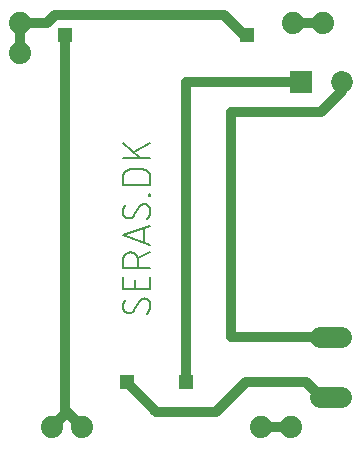
<source format=gtl>
G75*
%MOIN*%
%OFA0B0*%
%FSLAX25Y25*%
%IPPOS*%
%LPD*%
%AMOC8*
5,1,8,0,0,1.08239X$1,22.5*
%
%ADD10C,0.00800*%
%ADD11R,0.05150X0.05150*%
%ADD12C,0.07000*%
%ADD13R,0.07283X0.07283*%
%ADD14C,0.07283*%
%ADD15C,0.07400*%
%ADD16C,0.03200*%
D10*
X0044232Y0044963D02*
X0044143Y0044965D01*
X0044054Y0044971D01*
X0043965Y0044980D01*
X0043877Y0044994D01*
X0043790Y0045011D01*
X0043703Y0045033D01*
X0043617Y0045058D01*
X0043533Y0045086D01*
X0043450Y0045119D01*
X0043368Y0045155D01*
X0043288Y0045194D01*
X0043210Y0045237D01*
X0043134Y0045283D01*
X0043060Y0045333D01*
X0042988Y0045385D01*
X0042918Y0045441D01*
X0042851Y0045500D01*
X0042787Y0045562D01*
X0042725Y0045626D01*
X0042666Y0045693D01*
X0042610Y0045763D01*
X0042558Y0045835D01*
X0042508Y0045909D01*
X0042462Y0045985D01*
X0042419Y0046063D01*
X0042380Y0046143D01*
X0042344Y0046225D01*
X0042311Y0046308D01*
X0042283Y0046392D01*
X0042258Y0046478D01*
X0042236Y0046565D01*
X0042219Y0046652D01*
X0042205Y0046740D01*
X0042196Y0046829D01*
X0042190Y0046918D01*
X0042188Y0047007D01*
X0044232Y0044963D02*
X0044322Y0044965D01*
X0044411Y0044971D01*
X0044501Y0044980D01*
X0044589Y0044994D01*
X0044678Y0045011D01*
X0044765Y0045033D01*
X0044851Y0045057D01*
X0044936Y0045086D01*
X0045020Y0045118D01*
X0045102Y0045154D01*
X0045183Y0045194D01*
X0045262Y0045237D01*
X0045339Y0045283D01*
X0045414Y0045332D01*
X0045487Y0045385D01*
X0045557Y0045441D01*
X0045625Y0045500D01*
X0045690Y0045561D01*
X0045753Y0045626D01*
X0045812Y0045693D01*
X0045869Y0045762D01*
X0045923Y0045834D01*
X0045973Y0045909D01*
X0046021Y0045985D01*
X0047554Y0048796D01*
X0051388Y0047774D02*
X0051386Y0047648D01*
X0051381Y0047522D01*
X0051371Y0047396D01*
X0051358Y0047270D01*
X0051342Y0047145D01*
X0051322Y0047020D01*
X0051298Y0046896D01*
X0051270Y0046773D01*
X0051239Y0046650D01*
X0051205Y0046529D01*
X0051166Y0046409D01*
X0051125Y0046289D01*
X0051080Y0046171D01*
X0051031Y0046055D01*
X0050979Y0045940D01*
X0050924Y0045826D01*
X0050865Y0045714D01*
X0050803Y0045604D01*
X0050738Y0045496D01*
X0050670Y0045390D01*
X0050599Y0045285D01*
X0050525Y0045183D01*
X0050447Y0045083D01*
X0050367Y0044986D01*
X0050284Y0044890D01*
X0050199Y0044798D01*
X0050110Y0044707D01*
X0047554Y0048796D02*
X0047602Y0048872D01*
X0047652Y0048947D01*
X0047706Y0049019D01*
X0047763Y0049088D01*
X0047822Y0049155D01*
X0047885Y0049220D01*
X0047950Y0049281D01*
X0048018Y0049340D01*
X0048088Y0049396D01*
X0048161Y0049449D01*
X0048236Y0049498D01*
X0048313Y0049544D01*
X0048392Y0049587D01*
X0048473Y0049627D01*
X0048555Y0049663D01*
X0048639Y0049695D01*
X0048724Y0049724D01*
X0048810Y0049748D01*
X0048897Y0049770D01*
X0048986Y0049787D01*
X0049074Y0049801D01*
X0049164Y0049810D01*
X0049253Y0049816D01*
X0049343Y0049818D01*
X0049432Y0049816D01*
X0049521Y0049810D01*
X0049610Y0049801D01*
X0049698Y0049787D01*
X0049785Y0049770D01*
X0049872Y0049748D01*
X0049958Y0049723D01*
X0050042Y0049695D01*
X0050125Y0049662D01*
X0050207Y0049626D01*
X0050287Y0049587D01*
X0050365Y0049544D01*
X0050441Y0049498D01*
X0050515Y0049448D01*
X0050587Y0049396D01*
X0050657Y0049340D01*
X0050724Y0049281D01*
X0050788Y0049219D01*
X0050850Y0049155D01*
X0050909Y0049088D01*
X0050965Y0049018D01*
X0051017Y0048946D01*
X0051067Y0048872D01*
X0051113Y0048796D01*
X0051156Y0048718D01*
X0051195Y0048638D01*
X0051231Y0048556D01*
X0051264Y0048473D01*
X0051292Y0048389D01*
X0051317Y0048303D01*
X0051339Y0048216D01*
X0051356Y0048129D01*
X0051370Y0048041D01*
X0051379Y0047952D01*
X0051385Y0047863D01*
X0051387Y0047774D01*
X0051387Y0052937D02*
X0042187Y0052937D01*
X0042187Y0057026D01*
X0042187Y0060076D02*
X0042187Y0062632D01*
X0042187Y0060076D02*
X0051387Y0060076D01*
X0051387Y0057026D02*
X0051387Y0052937D01*
X0046276Y0052937D02*
X0046276Y0056003D01*
X0047299Y0060076D02*
X0047299Y0062632D01*
X0047299Y0063143D02*
X0051387Y0065187D01*
X0051387Y0067760D02*
X0042187Y0070827D01*
X0051387Y0073893D01*
X0049087Y0073127D02*
X0049087Y0068527D01*
X0047299Y0062632D02*
X0047297Y0062732D01*
X0047291Y0062833D01*
X0047281Y0062932D01*
X0047268Y0063032D01*
X0047250Y0063131D01*
X0047228Y0063229D01*
X0047203Y0063326D01*
X0047174Y0063422D01*
X0047141Y0063517D01*
X0047104Y0063610D01*
X0047064Y0063702D01*
X0047020Y0063792D01*
X0046973Y0063881D01*
X0046922Y0063968D01*
X0046868Y0064052D01*
X0046811Y0064134D01*
X0046750Y0064214D01*
X0046687Y0064292D01*
X0046620Y0064367D01*
X0046550Y0064439D01*
X0046478Y0064509D01*
X0046403Y0064576D01*
X0046325Y0064639D01*
X0046245Y0064700D01*
X0046163Y0064757D01*
X0046079Y0064811D01*
X0045992Y0064862D01*
X0045903Y0064909D01*
X0045813Y0064953D01*
X0045721Y0064993D01*
X0045628Y0065030D01*
X0045533Y0065063D01*
X0045437Y0065092D01*
X0045340Y0065117D01*
X0045242Y0065139D01*
X0045143Y0065157D01*
X0045043Y0065170D01*
X0044944Y0065180D01*
X0044843Y0065186D01*
X0044743Y0065188D01*
X0044643Y0065186D01*
X0044542Y0065180D01*
X0044443Y0065170D01*
X0044343Y0065157D01*
X0044244Y0065139D01*
X0044146Y0065117D01*
X0044049Y0065092D01*
X0043953Y0065063D01*
X0043858Y0065030D01*
X0043765Y0064993D01*
X0043673Y0064953D01*
X0043583Y0064909D01*
X0043494Y0064862D01*
X0043407Y0064811D01*
X0043323Y0064757D01*
X0043241Y0064700D01*
X0043161Y0064639D01*
X0043083Y0064576D01*
X0043008Y0064509D01*
X0042936Y0064439D01*
X0042866Y0064367D01*
X0042799Y0064292D01*
X0042736Y0064214D01*
X0042675Y0064134D01*
X0042618Y0064052D01*
X0042564Y0063968D01*
X0042513Y0063881D01*
X0042466Y0063792D01*
X0042422Y0063702D01*
X0042382Y0063610D01*
X0042345Y0063517D01*
X0042312Y0063422D01*
X0042283Y0063326D01*
X0042258Y0063229D01*
X0042236Y0063131D01*
X0042218Y0063032D01*
X0042205Y0062932D01*
X0042195Y0062833D01*
X0042189Y0062732D01*
X0042187Y0062632D01*
X0046021Y0077495D02*
X0047554Y0080306D01*
X0051388Y0079284D02*
X0051386Y0079158D01*
X0051381Y0079032D01*
X0051371Y0078906D01*
X0051358Y0078780D01*
X0051342Y0078655D01*
X0051322Y0078530D01*
X0051298Y0078406D01*
X0051270Y0078283D01*
X0051239Y0078160D01*
X0051205Y0078039D01*
X0051166Y0077919D01*
X0051125Y0077799D01*
X0051080Y0077681D01*
X0051031Y0077565D01*
X0050979Y0077450D01*
X0050924Y0077336D01*
X0050865Y0077224D01*
X0050803Y0077114D01*
X0050738Y0077006D01*
X0050670Y0076900D01*
X0050599Y0076795D01*
X0050525Y0076693D01*
X0050447Y0076593D01*
X0050367Y0076496D01*
X0050284Y0076400D01*
X0050199Y0076308D01*
X0050110Y0076217D01*
X0047554Y0080306D02*
X0047602Y0080382D01*
X0047652Y0080457D01*
X0047706Y0080529D01*
X0047763Y0080598D01*
X0047822Y0080665D01*
X0047885Y0080730D01*
X0047950Y0080791D01*
X0048018Y0080850D01*
X0048088Y0080906D01*
X0048161Y0080959D01*
X0048236Y0081008D01*
X0048313Y0081054D01*
X0048392Y0081097D01*
X0048473Y0081137D01*
X0048555Y0081173D01*
X0048639Y0081205D01*
X0048724Y0081234D01*
X0048810Y0081258D01*
X0048897Y0081280D01*
X0048986Y0081297D01*
X0049074Y0081311D01*
X0049164Y0081320D01*
X0049253Y0081326D01*
X0049343Y0081328D01*
X0049432Y0081326D01*
X0049521Y0081320D01*
X0049610Y0081311D01*
X0049698Y0081297D01*
X0049785Y0081280D01*
X0049872Y0081258D01*
X0049958Y0081233D01*
X0050042Y0081205D01*
X0050125Y0081172D01*
X0050207Y0081136D01*
X0050287Y0081097D01*
X0050365Y0081054D01*
X0050441Y0081008D01*
X0050515Y0080958D01*
X0050587Y0080906D01*
X0050657Y0080850D01*
X0050724Y0080791D01*
X0050788Y0080729D01*
X0050850Y0080665D01*
X0050909Y0080598D01*
X0050965Y0080528D01*
X0051017Y0080456D01*
X0051067Y0080382D01*
X0051113Y0080306D01*
X0051156Y0080228D01*
X0051195Y0080148D01*
X0051231Y0080066D01*
X0051264Y0079983D01*
X0051292Y0079899D01*
X0051317Y0079813D01*
X0051339Y0079726D01*
X0051356Y0079639D01*
X0051370Y0079551D01*
X0051379Y0079462D01*
X0051385Y0079373D01*
X0051387Y0079284D01*
X0051387Y0083997D02*
X0050876Y0083997D01*
X0050876Y0084508D01*
X0051387Y0084508D01*
X0051387Y0083997D01*
X0051387Y0087725D02*
X0051387Y0090281D01*
X0051388Y0090281D02*
X0051386Y0090381D01*
X0051380Y0090482D01*
X0051370Y0090581D01*
X0051357Y0090681D01*
X0051339Y0090780D01*
X0051317Y0090878D01*
X0051292Y0090975D01*
X0051263Y0091071D01*
X0051230Y0091166D01*
X0051193Y0091259D01*
X0051153Y0091351D01*
X0051109Y0091441D01*
X0051062Y0091530D01*
X0051011Y0091616D01*
X0050957Y0091701D01*
X0050900Y0091783D01*
X0050839Y0091863D01*
X0050776Y0091941D01*
X0050709Y0092016D01*
X0050639Y0092088D01*
X0050567Y0092158D01*
X0050492Y0092225D01*
X0050414Y0092288D01*
X0050334Y0092349D01*
X0050252Y0092406D01*
X0050168Y0092460D01*
X0050081Y0092511D01*
X0049992Y0092558D01*
X0049902Y0092602D01*
X0049810Y0092642D01*
X0049717Y0092679D01*
X0049622Y0092712D01*
X0049526Y0092741D01*
X0049429Y0092766D01*
X0049331Y0092788D01*
X0049232Y0092806D01*
X0049132Y0092819D01*
X0049033Y0092829D01*
X0048932Y0092835D01*
X0048832Y0092837D01*
X0048832Y0092836D02*
X0044743Y0092836D01*
X0044743Y0092837D02*
X0044643Y0092835D01*
X0044542Y0092829D01*
X0044443Y0092819D01*
X0044343Y0092806D01*
X0044244Y0092788D01*
X0044146Y0092766D01*
X0044049Y0092741D01*
X0043953Y0092712D01*
X0043858Y0092679D01*
X0043765Y0092642D01*
X0043673Y0092602D01*
X0043583Y0092558D01*
X0043494Y0092511D01*
X0043407Y0092460D01*
X0043323Y0092406D01*
X0043241Y0092349D01*
X0043161Y0092288D01*
X0043083Y0092225D01*
X0043008Y0092158D01*
X0042936Y0092088D01*
X0042866Y0092016D01*
X0042799Y0091941D01*
X0042736Y0091863D01*
X0042675Y0091783D01*
X0042618Y0091701D01*
X0042564Y0091617D01*
X0042513Y0091530D01*
X0042466Y0091441D01*
X0042422Y0091351D01*
X0042382Y0091259D01*
X0042345Y0091166D01*
X0042312Y0091071D01*
X0042283Y0090975D01*
X0042258Y0090878D01*
X0042236Y0090780D01*
X0042218Y0090681D01*
X0042205Y0090581D01*
X0042195Y0090482D01*
X0042189Y0090381D01*
X0042187Y0090281D01*
X0042187Y0087725D01*
X0051387Y0087725D01*
X0051387Y0096551D02*
X0042187Y0096551D01*
X0045765Y0098596D02*
X0051387Y0101662D01*
X0047810Y0096551D02*
X0042187Y0101662D01*
X0046021Y0077495D02*
X0045973Y0077419D01*
X0045923Y0077344D01*
X0045869Y0077272D01*
X0045812Y0077203D01*
X0045753Y0077136D01*
X0045690Y0077071D01*
X0045625Y0077010D01*
X0045557Y0076951D01*
X0045487Y0076895D01*
X0045414Y0076842D01*
X0045339Y0076793D01*
X0045262Y0076747D01*
X0045183Y0076704D01*
X0045102Y0076664D01*
X0045020Y0076628D01*
X0044936Y0076596D01*
X0044851Y0076567D01*
X0044765Y0076543D01*
X0044678Y0076521D01*
X0044589Y0076504D01*
X0044501Y0076490D01*
X0044411Y0076481D01*
X0044322Y0076475D01*
X0044232Y0076473D01*
X0044143Y0076475D01*
X0044054Y0076481D01*
X0043965Y0076490D01*
X0043877Y0076504D01*
X0043790Y0076521D01*
X0043703Y0076543D01*
X0043617Y0076568D01*
X0043533Y0076596D01*
X0043450Y0076629D01*
X0043368Y0076665D01*
X0043288Y0076704D01*
X0043210Y0076747D01*
X0043134Y0076793D01*
X0043060Y0076843D01*
X0042988Y0076895D01*
X0042918Y0076951D01*
X0042851Y0077010D01*
X0042787Y0077072D01*
X0042725Y0077136D01*
X0042666Y0077203D01*
X0042610Y0077273D01*
X0042558Y0077345D01*
X0042508Y0077419D01*
X0042462Y0077495D01*
X0042419Y0077573D01*
X0042380Y0077653D01*
X0042344Y0077735D01*
X0042311Y0077818D01*
X0042283Y0077902D01*
X0042258Y0077988D01*
X0042236Y0078075D01*
X0042219Y0078162D01*
X0042205Y0078250D01*
X0042196Y0078339D01*
X0042190Y0078428D01*
X0042188Y0078517D01*
X0042190Y0078640D01*
X0042196Y0078763D01*
X0042206Y0078886D01*
X0042220Y0079009D01*
X0042237Y0079131D01*
X0042259Y0079252D01*
X0042285Y0079373D01*
X0042314Y0079493D01*
X0042348Y0079612D01*
X0042385Y0079729D01*
X0042426Y0079845D01*
X0042470Y0079960D01*
X0042518Y0080074D01*
X0042570Y0080186D01*
X0042626Y0080296D01*
X0042685Y0080404D01*
X0042747Y0080511D01*
X0042813Y0080615D01*
X0042882Y0080717D01*
X0042955Y0080817D01*
X0042955Y0049307D02*
X0042882Y0049207D01*
X0042813Y0049105D01*
X0042747Y0049001D01*
X0042685Y0048894D01*
X0042626Y0048786D01*
X0042570Y0048676D01*
X0042518Y0048564D01*
X0042470Y0048450D01*
X0042426Y0048335D01*
X0042385Y0048219D01*
X0042348Y0048102D01*
X0042314Y0047983D01*
X0042285Y0047863D01*
X0042259Y0047742D01*
X0042237Y0047621D01*
X0042220Y0047499D01*
X0042206Y0047376D01*
X0042196Y0047253D01*
X0042190Y0047130D01*
X0042188Y0047007D01*
D11*
X0043441Y0021866D03*
X0063126Y0021866D03*
X0083598Y0137614D03*
X0022969Y0137614D03*
D12*
X0107736Y0037063D02*
X0114736Y0037063D01*
X0114736Y0017063D02*
X0107736Y0017063D01*
D13*
X0101394Y0122063D03*
D14*
X0115173Y0122063D03*
D15*
X0018717Y0006906D03*
X0028717Y0006906D03*
X0088283Y0007063D03*
X0098283Y0007063D03*
X0007795Y0131630D03*
X0007795Y0141630D03*
X0099031Y0141551D03*
X0109031Y0141551D03*
D16*
X0099031Y0141551D01*
X0083598Y0137614D02*
X0082496Y0137614D01*
X0075753Y0144357D01*
X0019482Y0144357D01*
X0016755Y0141630D01*
X0007795Y0141630D01*
X0007795Y0131630D01*
X0022969Y0137614D02*
X0022969Y0012654D01*
X0022969Y0011157D01*
X0018717Y0006906D01*
X0022969Y0012654D02*
X0028717Y0006906D01*
X0043441Y0021866D02*
X0053244Y0012063D01*
X0073283Y0012063D01*
X0083283Y0022063D01*
X0103283Y0022063D01*
X0108283Y0017063D01*
X0111236Y0017063D01*
X0098283Y0007063D02*
X0088283Y0007063D01*
X0063126Y0021866D02*
X0063087Y0026866D01*
X0063283Y0032063D01*
X0063283Y0122063D01*
X0101394Y0122063D01*
X0108283Y0112063D02*
X0078283Y0112063D01*
X0078283Y0037063D01*
X0111236Y0037063D01*
X0108283Y0112063D02*
X0115173Y0118953D01*
X0115173Y0122063D01*
M02*

</source>
